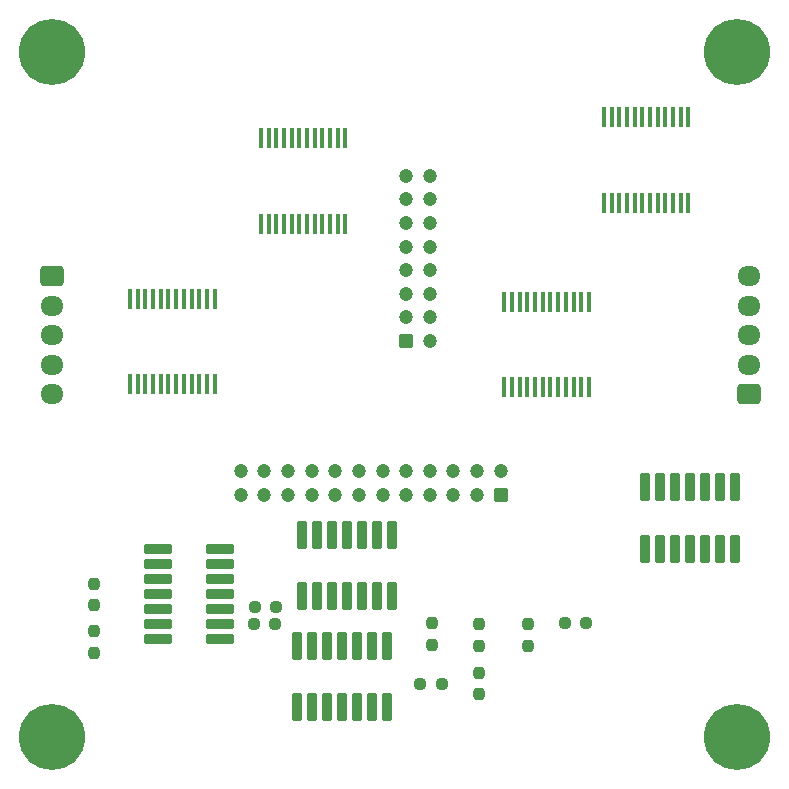
<source format=gbr>
%TF.GenerationSoftware,KiCad,Pcbnew,(7.0.0)*%
%TF.CreationDate,2024-02-13T04:28:46-03:00*%
%TF.ProjectId,pcb_peau_v1,7063625f-7065-4617-955f-76312e6b6963,rev?*%
%TF.SameCoordinates,Original*%
%TF.FileFunction,Soldermask,Top*%
%TF.FilePolarity,Negative*%
%FSLAX46Y46*%
G04 Gerber Fmt 4.6, Leading zero omitted, Abs format (unit mm)*
G04 Created by KiCad (PCBNEW (7.0.0)) date 2024-02-13 04:28:46*
%MOMM*%
%LPD*%
G01*
G04 APERTURE LIST*
G04 Aperture macros list*
%AMRoundRect*
0 Rectangle with rounded corners*
0 $1 Rounding radius*
0 $2 $3 $4 $5 $6 $7 $8 $9 X,Y pos of 4 corners*
0 Add a 4 corners polygon primitive as box body*
4,1,4,$2,$3,$4,$5,$6,$7,$8,$9,$2,$3,0*
0 Add four circle primitives for the rounded corners*
1,1,$1+$1,$2,$3*
1,1,$1+$1,$4,$5*
1,1,$1+$1,$6,$7*
1,1,$1+$1,$8,$9*
0 Add four rect primitives between the rounded corners*
20,1,$1+$1,$2,$3,$4,$5,0*
20,1,$1+$1,$4,$5,$6,$7,0*
20,1,$1+$1,$6,$7,$8,$9,0*
20,1,$1+$1,$8,$9,$2,$3,0*%
G04 Aperture macros list end*
%ADD10R,0.450000X1.750000*%
%ADD11RoundRect,0.237500X-0.237500X0.250000X-0.237500X-0.250000X0.237500X-0.250000X0.237500X0.250000X0*%
%ADD12RoundRect,0.102000X0.300000X1.100000X-0.300000X1.100000X-0.300000X-1.100000X0.300000X-1.100000X0*%
%ADD13RoundRect,0.102000X-1.100000X0.300000X-1.100000X-0.300000X1.100000X-0.300000X1.100000X0.300000X0*%
%ADD14C,5.600000*%
%ADD15RoundRect,0.237500X0.250000X0.237500X-0.250000X0.237500X-0.250000X-0.237500X0.250000X-0.237500X0*%
%ADD16RoundRect,0.102000X-0.300000X-1.100000X0.300000X-1.100000X0.300000X1.100000X-0.300000X1.100000X0*%
%ADD17RoundRect,0.237500X0.237500X-0.250000X0.237500X0.250000X-0.237500X0.250000X-0.237500X-0.250000X0*%
%ADD18RoundRect,0.237500X-0.250000X-0.237500X0.250000X-0.237500X0.250000X0.237500X-0.250000X0.237500X0*%
%ADD19RoundRect,0.250000X0.725000X-0.600000X0.725000X0.600000X-0.725000X0.600000X-0.725000X-0.600000X0*%
%ADD20O,1.950000X1.700000*%
%ADD21RoundRect,0.250000X0.350000X-0.350000X0.350000X0.350000X-0.350000X0.350000X-0.350000X-0.350000X0*%
%ADD22C,1.200000*%
%ADD23RoundRect,0.250000X-0.725000X0.600000X-0.725000X-0.600000X0.725000X-0.600000X0.725000X0.600000X0*%
%ADD24RoundRect,0.250000X0.350000X0.350000X-0.350000X0.350000X-0.350000X-0.350000X0.350000X-0.350000X0*%
G04 APERTURE END LIST*
D10*
%TO.C,U5*%
X216315811Y-81336306D03*
X216965811Y-81336306D03*
X217615811Y-81336306D03*
X218265811Y-81336306D03*
X218915811Y-81336306D03*
X219565811Y-81336306D03*
X220215811Y-81336306D03*
X220865811Y-81336306D03*
X221515811Y-81336306D03*
X222165811Y-81336306D03*
X222815811Y-81336306D03*
X223465811Y-81336306D03*
X223465811Y-74136306D03*
X222815811Y-74136306D03*
X222165811Y-74136306D03*
X221515811Y-74136306D03*
X220865811Y-74136306D03*
X220215811Y-74136306D03*
X219565811Y-74136306D03*
X218915811Y-74136306D03*
X218265811Y-74136306D03*
X217615811Y-74136306D03*
X216965811Y-74136306D03*
X216315811Y-74136306D03*
%TD*%
%TO.C,U6*%
X184623895Y-81112499D03*
X185273895Y-81112499D03*
X185923895Y-81112499D03*
X186573895Y-81112499D03*
X187223895Y-81112499D03*
X187873895Y-81112499D03*
X188523895Y-81112499D03*
X189173895Y-81112499D03*
X189823895Y-81112499D03*
X190473895Y-81112499D03*
X191123895Y-81112499D03*
X191773895Y-81112499D03*
X191773895Y-73912499D03*
X191123895Y-73912499D03*
X190473895Y-73912499D03*
X189823895Y-73912499D03*
X189173895Y-73912499D03*
X188523895Y-73912499D03*
X187873895Y-73912499D03*
X187223895Y-73912499D03*
X186573895Y-73912499D03*
X185923895Y-73912499D03*
X185273895Y-73912499D03*
X184623895Y-73912499D03*
%TD*%
D11*
%TO.C,R10*%
X181600000Y-98010000D03*
X181600000Y-99835000D03*
%TD*%
D10*
%TO.C,U3*%
X224740811Y-65736306D03*
X225390811Y-65736306D03*
X226040811Y-65736306D03*
X226690811Y-65736306D03*
X227340811Y-65736306D03*
X227990811Y-65736306D03*
X228640811Y-65736306D03*
X229290811Y-65736306D03*
X229940811Y-65736306D03*
X230590811Y-65736306D03*
X231240811Y-65736306D03*
X231890811Y-65736306D03*
X231890811Y-58536306D03*
X231240811Y-58536306D03*
X230590811Y-58536306D03*
X229940811Y-58536306D03*
X229290811Y-58536306D03*
X228640811Y-58536306D03*
X227990811Y-58536306D03*
X227340811Y-58536306D03*
X226690811Y-58536306D03*
X226040811Y-58536306D03*
X225390811Y-58536306D03*
X224740811Y-58536306D03*
%TD*%
D12*
%TO.C,U7*%
X206350000Y-103262500D03*
X205080000Y-103262500D03*
X203810000Y-103262500D03*
X202540000Y-103262500D03*
X201270000Y-103262500D03*
X200000000Y-103262500D03*
X198730000Y-103262500D03*
X198730000Y-108462500D03*
X200000000Y-108462500D03*
X201270000Y-108462500D03*
X202540000Y-108462500D03*
X203810000Y-108462500D03*
X205080000Y-108462500D03*
X206350000Y-108462500D03*
%TD*%
D13*
%TO.C,U8*%
X187000000Y-95112500D03*
X187000000Y-96382500D03*
X187000000Y-97652500D03*
X187000000Y-98922500D03*
X187000000Y-100192500D03*
X187000000Y-101462500D03*
X187000000Y-102732500D03*
X192200000Y-102732500D03*
X192200000Y-101462500D03*
X192200000Y-100192500D03*
X192200000Y-98922500D03*
X192200000Y-97652500D03*
X192200000Y-96382500D03*
X192200000Y-95112500D03*
%TD*%
D14*
%TO.C,H1*%
X178000000Y-53000000D03*
%TD*%
%TO.C,H3*%
X236000000Y-111000000D03*
%TD*%
D15*
%TO.C,R22*%
X211000000Y-106462500D03*
X209175000Y-106462500D03*
%TD*%
D16*
%TO.C,U2*%
X199190000Y-99062500D03*
X200460000Y-99062500D03*
X201730000Y-99062500D03*
X203000000Y-99062500D03*
X204270000Y-99062500D03*
X205540000Y-99062500D03*
X206810000Y-99062500D03*
X206810000Y-93862500D03*
X205540000Y-93862500D03*
X204270000Y-93862500D03*
X203000000Y-93862500D03*
X201730000Y-93862500D03*
X200460000Y-93862500D03*
X199190000Y-93862500D03*
%TD*%
D14*
%TO.C,H4*%
X178000000Y-111000000D03*
%TD*%
D17*
%TO.C,R4*%
X214175000Y-107375000D03*
X214175000Y-105550000D03*
%TD*%
D12*
%TO.C,U9*%
X235810000Y-89862500D03*
X234540000Y-89862500D03*
X233270000Y-89862500D03*
X232000000Y-89862500D03*
X230730000Y-89862500D03*
X229460000Y-89862500D03*
X228190000Y-89862500D03*
X228190000Y-95062500D03*
X229460000Y-95062500D03*
X230730000Y-95062500D03*
X232000000Y-95062500D03*
X233270000Y-95062500D03*
X234540000Y-95062500D03*
X235810000Y-95062500D03*
%TD*%
D14*
%TO.C,H2*%
X236000000Y-53000000D03*
%TD*%
D11*
%TO.C,R9*%
X214175000Y-101462500D03*
X214175000Y-103287500D03*
%TD*%
%TO.C,R8*%
X181600000Y-102010000D03*
X181600000Y-103835000D03*
%TD*%
D18*
%TO.C,R21*%
X221437500Y-101375000D03*
X223262500Y-101375000D03*
%TD*%
D19*
%TO.C,J2*%
X237000000Y-81962500D03*
D20*
X236999999Y-79462499D03*
X236999999Y-76962499D03*
X236999999Y-74462499D03*
X236999999Y-71962499D03*
%TD*%
D21*
%TO.C,J4*%
X208000000Y-77462500D03*
D22*
X210000000Y-77462500D03*
X208000000Y-75462500D03*
X210000000Y-75462500D03*
X208000000Y-73462500D03*
X210000000Y-73462500D03*
X208000000Y-71462500D03*
X210000000Y-71462500D03*
X208000000Y-69462500D03*
X210000000Y-69462500D03*
X208000000Y-67462500D03*
X210000000Y-67462500D03*
X208000000Y-65462500D03*
X210000000Y-65462500D03*
X208000000Y-63462500D03*
X210000000Y-63462500D03*
%TD*%
D23*
%TO.C,J1*%
X178000000Y-71962500D03*
D20*
X177999999Y-74462499D03*
X177999999Y-76962499D03*
X177999999Y-79462499D03*
X177999999Y-81962499D03*
%TD*%
D17*
%TO.C,R23*%
X218350000Y-103287500D03*
X218350000Y-101462500D03*
%TD*%
D10*
%TO.C,U4*%
X195698895Y-67512499D03*
X196348895Y-67512499D03*
X196998895Y-67512499D03*
X197648895Y-67512499D03*
X198298895Y-67512499D03*
X198948895Y-67512499D03*
X199598895Y-67512499D03*
X200248895Y-67512499D03*
X200898895Y-67512499D03*
X201548895Y-67512499D03*
X202198895Y-67512499D03*
X202848895Y-67512499D03*
X202848895Y-60312499D03*
X202198895Y-60312499D03*
X201548895Y-60312499D03*
X200898895Y-60312499D03*
X200248895Y-60312499D03*
X199598895Y-60312499D03*
X198948895Y-60312499D03*
X198298895Y-60312499D03*
X197648895Y-60312499D03*
X196998895Y-60312499D03*
X196348895Y-60312499D03*
X195698895Y-60312499D03*
%TD*%
D17*
%TO.C,R11*%
X210175000Y-103200000D03*
X210175000Y-101375000D03*
%TD*%
D24*
%TO.C,J5*%
X216000000Y-90462500D03*
D22*
X216000000Y-88462500D03*
X214000000Y-90462500D03*
X214000000Y-88462500D03*
X212000000Y-90462500D03*
X212000000Y-88462500D03*
X210000000Y-90462500D03*
X210000000Y-88462500D03*
X208000000Y-90462500D03*
X208000000Y-88462500D03*
X206000000Y-90462500D03*
X206000000Y-88462500D03*
X204000000Y-90462500D03*
X204000000Y-88462500D03*
X202000000Y-90462500D03*
X202000000Y-88462500D03*
X200000000Y-90462500D03*
X200000000Y-88462500D03*
X198000000Y-90462500D03*
X198000000Y-88462500D03*
X196000000Y-90462500D03*
X196000000Y-88462500D03*
X194000000Y-90462500D03*
X194000000Y-88462500D03*
%TD*%
D18*
%TO.C,R20*%
X195175000Y-100000000D03*
X197000000Y-100000000D03*
%TD*%
D15*
%TO.C,R25*%
X196912500Y-101462500D03*
X195087500Y-101462500D03*
%TD*%
M02*

</source>
